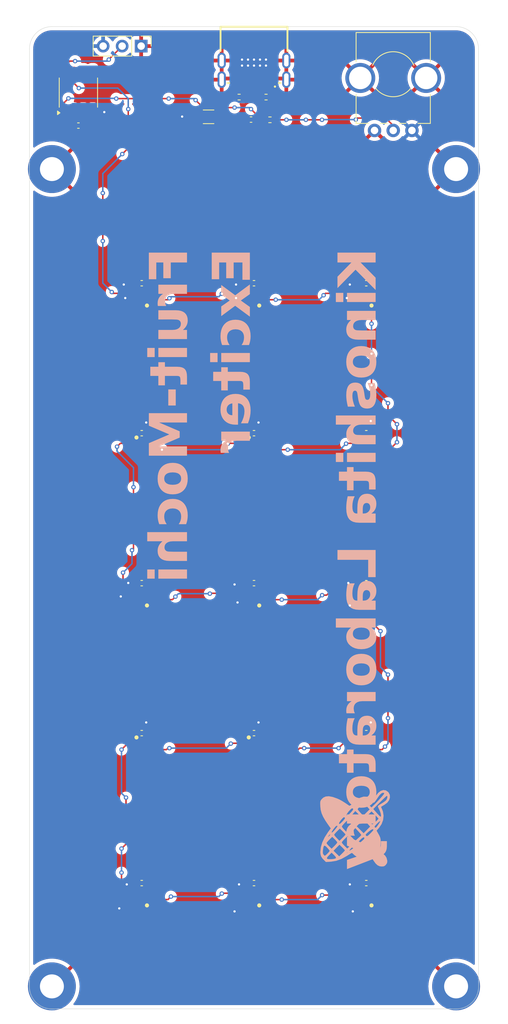
<source format=kicad_pcb>
(kicad_pcb (version 20240108) (generator "pcbnew") (generator_version "8.0")
  (layers (0 "F.Cu" signal) (31 "B.Cu" signal) (34 "B.Paste" user) (35 "F.Paste" user) (36 "B.SilkS" user "B.Silkscreen") (37 "F.SilkS" user "F.Silkscreen") (38 "B.Mask" user) (39 "F.Mask" user) (44 "Edge.Cuts" user))
  (net 0 "")
  (net 1 "GND")
  (net 2 "tempo")
  (net 3 "+5V")
  (net 4 "neopixel")
  (net 5 "Net-(D1-DO)")
  (net 6 "Net-(D2-DO)")
  (net 7 "Net-(D3-DO)")
  (net 8 "Net-(D4-DI)")
  (net 9 "Net-(D4-DO)")
  (net 10 "Net-(D5-DI)")
  (net 11 "Net-(D7-DO)")
  (net 12 "Net-(D8-DO)")
  (net 13 "Net-(D12-DI)")
  (net 14 "Net-(D10-DI)")
  (net 15 "Net-(D10-DO)")
  (net 16 "Net-(D11-DI)")
  (net 17 "Net-(D13-DO)")
  (net 18 "Net-(D14-DO)")
  (net 20 "SWDIO")
  (net 21 "Net-(USB1-CC2)")
  (net 22 "Net-(USB1-CC1)")
  (net 23 "Net-(R3-Pad1)")
  (footprint "Resistor_SMD:R_0402_1005Metric" (layer "F.Cu") (at 83.01 53.4)
    (property "Reference" "R1" (hide yes))
    (property "Value" "5.1k")
  )
  (footprint "my_footprint:LED_NeoPixel_XL-1615RGBC-WS2812B" (layer "F.Cu") (at 85 80 180)
    (property "Reference" "D2" (hide yes))
    (property "Value" "LED_NeoPixel_XL-1615RGBC-WS2812B")
  )
  (footprint "my_footprint:LED_NeoPixel_XL-1615RGBC-WS2812B" (layer "F.Cu") (at 100 80 180)
    (property "Reference" "D3" (hide yes))
    (property "Value" "LED_NeoPixel_XL-1615RGBC-WS2812B")
  )
  (footprint "Capacitor_SMD:C_1206_3216Metric_Pad1.33x1.80mm_HandSolder" (layer "F.Cu") (at 78.93 56.03)
    (property "Reference" "C2" (hide yes))
    (property "Value" "100u")
  )
  (footprint "my_footprint:LED_NeoPixel_XL-1615RGBC-WS2812B" (layer "F.Cu") (at 70 100)
    (property "Reference" "D4" (hide yes))
    (property "Value" "LED_NeoPixel_XL-1615RGBC-WS2812B")
  )
  (footprint "my_footprint:Potentiometer_Alps_RK09K_Horizontal_CORRECTED" (layer "F.Cu") (at 106.1 57.85 90)
    (property "Reference" "RV1" (hide yes))
    (property "Value" "10kB")
  )
  (footprint "Capacitor_SMD:C_0402_1005Metric_Pad0.74x0.62mm_HandSolder" (layer "F.Cu") (at 100 98.225 180)
    (property "Reference" "C8" (hide yes))
    (property "Value" "100n")
  )
  (footprint "Capacitor_SMD:C_0402_1005Metric_Pad0.74x0.62mm_HandSolder" (layer "F.Cu") (at 70 118.225)
    (property "Reference" "C9" (hide yes))
    (property "Value" "100n")
  )
  (footprint "my_footprint:LED_NeoPixel_XL-1615RGBC-WS2812B" (layer "F.Cu") (at 85 120 180)
    (property "Reference" "D8" (hide yes))
    (property "Value" "LED_NeoPixel_XL-1615RGBC-WS2812B")
  )
  (footprint "my_footprint:LED_NeoPixel_XL-1615RGBC-WS2812B" (layer "F.Cu") (at 100 100)
    (property "Reference" "D6" (hide yes))
    (property "Value" "LED_NeoPixel_XL-1615RGBC-WS2812B")
  )
  (footprint "MountingHole:MountingHole_3.2mm_M3_Pad" (layer "F.Cu") (at 112 63)
    (property "Reference" "H2" (hide yes))
    (property "Value" "MountingHole_Pad")
  )
  (footprint "my_footprint:LED_NeoPixel_XL-1615RGBC-WS2812B" (layer "F.Cu") (at 70 160 180)
    (property "Reference" "D13" (hide yes))
    (property "Value" "LED_NeoPixel_XL-1615RGBC-WS2812B")
  )
  (footprint "Capacitor_SMD:C_0402_1005Metric_Pad0.74x0.62mm_HandSolder" (layer "F.Cu") (at 70 78.225)
    (property "Reference" "C3" (hide yes))
    (property "Value" "100n")
  )
  (footprint "Capacitor_SMD:C_0402_1005Metric_Pad0.74x0.62mm_HandSolder" (layer "F.Cu") (at 70 158.225)
    (property "Reference" "C15" (hide yes))
    (property "Value" "100n")
  )
  (footprint "Capacitor_SMD:C_0402_1005Metric_Pad0.74x0.62mm_HandSolder" (layer "F.Cu") (at 100 78.225)
    (property "Reference" "C5" (hide yes))
    (property "Value" "100n")
  )
  (footprint "Capacitor_SMD:C_0402_1005Metric_Pad0.74x0.62mm_HandSolder" (layer "F.Cu") (at 70 138.225 180)
    (property "Reference" "C12" (hide yes))
    (property "Value" "100n")
  )
  (footprint "Capacitor_SMD:C_0402_1005Metric_Pad0.74x0.62mm_HandSolder" (layer "F.Cu") (at 85 138.225 180)
    (property "Reference" "C13" (hide yes))
    (property "Value" "100n")
  )
  (footprint "my_footprint:LED_NeoPixel_XL-1615RGBC-WS2812B" (layer "F.Cu") (at 70 120 180)
    (property "Reference" "D7" (hide yes))
    (property "Value" "LED_NeoPixel_XL-1615RGBC-WS2812B")
  )
  (footprint "MountingHole:MountingHole_3.2mm_M3_Pad" (layer "F.Cu") (at 58 172)
    (property "Reference" "H3" (hide yes))
    (property "Value" "MountingHole_Pad")
  )
  (footprint "my_footprint:LED_NeoPixel_XL-1615RGBC-WS2812B" (layer "F.Cu") (at 100 160 180)
    (property "Reference" "D15" (hide yes))
    (property "Value" "LED_NeoPixel_XL-1615RGBC-WS2812B")
  )
  (footprint "my_footprint:LED_NeoPixel_XL-1615RGBC-WS2812B" (layer "F.Cu") (at 70 80 180)
    (property "Reference" "D1" (hide yes))
    (property "Value" "LED_NeoPixel_XL-1615RGBC-WS2812B")
  )
  (footprint "MountingHole:MountingHole_3.2mm_M3_Pad" (layer "F.Cu") (at 58 63)
    (property "Reference" "H1" (hide yes))
    (property "Value" "MountingHole_Pad")
  )
  (footprint "Capacitor_SMD:C_0402_1005Metric_Pad0.74x0.62mm_HandSolder" (layer "F.Cu") (at 100 158.225)
    (property "Reference" "C17" (hide yes))
    (property "Value" "100n")
  )
  (footprint "Resistor_SMD:R_0402_1005Metric_Pad0.72x0.64mm_HandSolder" (layer "F.Cu") (at 87.13 56.43 180)
    (property "Reference" "R3" (hide yes))
    (property "Value" "100")
  )
  (footprint "Connector_PinHeader_2.54mm:PinHeader_1x03_P2.54mm_Vertical" (layer "F.Cu") (at 69.925 46.6 -90)
    (property "Reference" "J1" (hide yes))
    (property "Value" "Conn_01x03")
  )
  (footprint "Capacitor_SMD:C_0402_1005Metric_Pad0.74x0.62mm_HandSolder" (layer "F.Cu") (at 100 138.225 180)
    (property "Reference" "C14" (hide yes))
    (property "Value" "100n")
  )
  (footprint "my_footprint:LED_NeoPixel_XL-1615RGBC-WS2812B" (layer "F.Cu") (at 100 120 180)
    (property "Reference" "D9" (hide yes))
    (property "Value" "LED_NeoPixel_XL-1615RGBC-WS2812B")
  )
  (footprint "Capacitor_SMD:C_0402_1005Metric_Pad0.74x0.62mm_HandSolder" (layer "F.Cu") (at 84.605 56.4 180)
    (property "Reference" "C1" (hide yes))
    (property "Value" "100n")
  )
  (footprint "my_footprint:LED_NeoPixel_XL-1615RGBC-WS2812B" (layer "F.Cu") (at 85 100)
    (property "Reference" "D5" (hide yes))
    (property "Value" "LED_NeoPixel_XL-1615RGBC-WS2812B")
  )
  (footprint "my_footprint:LED_NeoPixel_XL-1615RGBC-WS2812B" (layer "F.Cu") (at 85 140)
    (property "Reference" "D11" (hide yes))
    (property "Value" "LED_NeoPixel_XL-1615RGBC-WS2812B")
  )
  (footprint "Capacitor_SMD:C_0402_1005Metric_Pad0.74x0.62mm_HandSolder" (layer "F.Cu") (at 85 158.225)
    (property "Reference" "C16" (hide yes))
    (property "Value" "100n")
  )
  (footprint "my_footprint:LED_NeoPixel_XL-1615RGBC-WS2812B" (layer "F.Cu") (at 70 140)
    (property "Reference" "D10" (hide yes))
    (property "Value" "LED_NeoPixel_XL-1615RGBC-WS2812B")
  )
  (footprint "my_footprint:LED_NeoPixel_XL-1615RGBC-WS2812B" (layer "F.Cu") (at 100 140)
    (property "Reference" "D12" (hide yes))
    (property "Value" "LED_NeoPixel_XL-1615RGBC-WS2812B")
  )
  (footprint "Resistor_SMD:R_0402_1005Metric" (layer "F.Cu") (at 86.61 53.4)
    (property "Reference" "R2" (hide yes))
    (property "Value" "5.1k")
  )
  (footprint "MountingHole:MountingHole_3.2mm_M3_Pad" (layer "F.Cu") (at 112 172)
    (property "Reference" "H4" (hide yes))
    (property "Value" "MountingHole_Pad")
  )
  (footprint "Capacitor_SMD:C_0402_1005Metric_Pad0.74x0.62mm_HandSolder" (layer "F.Cu") (at 85 78.225)
    (property "Reference" "C4" (hide yes))
    (property "Value" "100n")
  )
  (footprint "Capacitor_SMD:C_0402_1005Metric_Pad0.74x0.62mm_HandSolder" (layer "F.Cu") (at 70 98.225 180)
    (property "Reference" "C6" (hide yes))
    (property "Value" "100n")
  )
  (footprint "Capacitor_SMD:C_0402_1005Metric_Pad0.74x0.62mm_HandSolder" (layer "F.Cu") (at 85 118.225)
    (property "Reference" "C10" (hide yes))
    (property "Value" "100n")
  )
  (footprint "Package_SO:SOP-8_3.9x4.9mm_P1.27mm" (layer "F.Cu") (at 61.54 52.8 90)
    (property "Reference" "U1" (hide yes))
    (property "Value" "CH32V003JxMx")
  )
  (footprint "Capacitor_SMD:C_0402_1005Metric_Pad0.74x0.62mm_HandSolder" (layer "F.Cu") (at 61.54 57.2 180)
    (property "Reference" "C18" (hide yes))
    (property "Value" "100n")
  )
  (footprint "Capacitor_SMD:C_0402_1005Metric_Pad0.74x0.62mm_HandSolder" (layer "F.Cu") (at 85 98.225 180)
    (property "Reference" "C7" (hide yes))
    (property "Value" "100n")
  )
  (footprint "Capacitor_SMD:C_0402_1005Metric_Pad0.74x0.62mm_HandSolder" (layer "F.Cu") (at 100 118.225)
    (property "Reference" "C11" (hide yes))
    (property "Value" "100n")
  )
  (footprint "my_footprint:LED_NeoPixel_XL-1615RGBC-WS2812B" (layer "F.Cu") (at 85 160 180)
    (property "Reference" "D14" (hide yes))
    (property "Value" "LED_NeoPixel_XL-1615RGBC-WS2812B")
  )
  (footprint "Revbox_lib:HRO TYPE-C-31-M-08A" (layer "F.Cu") (at 85 49.8 180)
    (property "Reference" "USB1" (hide yes))
    (property "Value" "~")
  )
  (footprint "my_footprint:kinoshita-logo_simplified_300dpi" (layer "B.Cu") (at 98.5 150.9 -90)
    (property "Reference" "LOGO1" (hide yes))
    (property "Value" "logo" (hide yes))
  )
  (gr_line (start 58 175) (end 112 175) (stroke (width 0.05)) (layer "Edge.Cuts"))
  (gr_line (start 55 60) (end 55 172) (stroke (width 0.05)) (layer "Edge.Cuts"))
  (gr_line (start 55 47) (end 55 60) (stroke (width 0.05)) (layer "Edge.Cuts"))
  (gr_line (start 115 172) (end 115 60) (stroke (width 0.05)) (layer "Edge.Cuts"))
  (gr_arc (start 55 47) (mid 55.87868 44.87868) (end 58 44) (stroke (width 0.05)) (layer "Edge.Cuts"))
  (gr_line (start 112 44) (end 85 44) (stroke (width 0.05)) (layer "Edge.Cuts"))
  (gr_line (start 60.6 44) (end 58 44) (stroke (width 0.05)) (layer "Edge.Cuts"))
  (gr_arc (start 112 44) (mid 114.12132 44.87868) (end 115 47) (stroke (width 0.05)) (layer "Edge.Cuts"))
  (gr_line (start 115 60) (end 115 47) (stroke (width 0.05)) (layer "Edge.Cuts"))
  (gr_line (start 85 44) (end 72.8 44) (stroke (width 0.05)) (layer "Edge.Cuts"))
  (gr_arc (start 58 175) (mid 55.87868 174.12132) (end 55 172) (stroke (width 0.05)) (layer "Edge.Cuts"))
  (gr_line (start 72.8 44) (end 60.6 44) (stroke (width 0.05)) (layer "Edge.Cuts"))
  (gr_arc (start 115 172) (mid 114.12132 174.12132) (end 112 175) (stroke (width 0.05)) (layer "Edge.Cuts"))
  (gr_text "Fruit-Mochi\nExciter\n\nKinoshita Laboratory" (at 102.1 73.5 90) (layer "B.SilkS") (effects (font (size 5 5) (thickness 1) (bold yes)) (justify left bottom mirror)))
  (segment (start 85.7 78.3575) (end 85.5675 78.225) (width 0.5) (layer "F.Cu") (net 1))
  (segment (start 100.7 78.3575) (end 100.5675 78.225) (width 0.5) (layer "F.Cu") (net 1))
  (segment (start 85.7 119.575) (end 85.7 118.3575) (width 0.5) (layer "F.Cu") (net 1))
  (segment (start 100.7 119.575) (end 100.7 118.3575) (width 0.5) (layer "F.Cu") (net 1))
  (segment (start 70.7 78.3575) (end 70.5675 78.225) (width 0.5) (layer "F.Cu") (net 1))
  (segment (start 85.7 118.3575) (end 85.5675 118.225) (width 0.5) (layer "F.Cu") (net 1))
  (segment (start 100.7 118.3575) (end 100.5675 118.225) (width 0.5) (layer "F.Cu") (net 1))
  (segment (start 70.7 118.3575) (end 70.5675 118.225) (width 0.5) (layer "F.Cu") (net 1))
  (segment (start 87.8 50.925) (end 89.17 50.925) (width 0.5) (layer "F.Cu") (net 1))
  (segment (start 89.17 50.925) (end 89.32 51.075) (width 0.5) (layer "F.Cu") (net 1))
  (segment (start 82.2 50.925) (end 80.83 50.925) (width 0.5) (layer "F.Cu") (net 1))
  (segment (start 70.7 79.575) (end 70.7 78.3575) (width 0.5) (layer "F.Cu") (net 1))
  (segment (start 80.83 50.925) (end 80.68 51.075) (width 0.5) (layer "F.Cu") (net 1))
  (segment (start 100.7 79.575) (end 100.7 78.3575) (width 0.5) (layer "F.Cu") (net 1))
  (segment (start 85.7 79.575) (end 85.7 78.3575) (width 0.5) (layer "F.Cu") (net 1))
  (segment (start 85.1725 56.4) (end 86.5025 56.4) (width 0.2) (layer "F.Cu") (net 2))
  (segment (start 85.1725 55.5725) (end 85.1725 56.4) (width 0.2) (layer "F.Cu") (net 2))
  (segment (start 66.6 53.6) (end 73.6 53.6) (width 0.2) (layer "F.Cu") (net 2))
  (segment (start 78.2 54.8) (end 82.4 54.8) (width 0.2) (layer "F.Cu") (net 2))
  (segment (start 84.6 55) (end 85.1725 55.5725) (width 0.2) (layer "F.Cu") (net 2))
  (segment (start 77.2 53.8) (end 78.2 54.8) (width 0.2) (layer "F.Cu") (net 2))
  (segment (start 59.635 54.145) (end 60.21 53.57) (width 0.2) (layer "F.Cu") (net 2))
  (segment (start 86.5025 56.4) (end 86.5325 56.43) (width 0.2) (layer "F.Cu") (net 2))
  (segment (start 59.635 55.425) (end 59.635 54.145) (width 0.2) (layer "F.Cu") (net 2))
  (via (at 77.2 53.8) (size 0.6) (drill 0.3) (layers "F.Cu" "B.Cu") (net 2))
  (via (at 73.6 53.6) (size 0.6) (drill 0.3) (layers "F.Cu" "B.Cu") (net 2))
  (via (at 82.4 54.8) (size 0.6) (drill 0.3) (layers "F.Cu" "B.Cu") (net 2))
  (via (at 84.6 55) (size 0.6) (drill 0.3) (layers "F.Cu" "B.Cu") (net 2))
  (via (at 66.6 53.6) (size 0.6) (drill 0.3) (layers "F.Cu" "B.Cu") (net 2))
  (via (at 60.21 53.57) (size 0.6) (drill 0.3) (layers "F.Cu" "B.Cu") (net 2))
  (segment (start 84.4 54.8) (end 84.6 55) (width 0.2) (layer "B.Cu") (net 2))
  (segment (start 73.6 53.6) (end 77 53.6) (width 0.2) (layer "B.Cu") (net 2))
  (segment (start 77 53.6) (end 77.2 53.8) (width 0.2) (layer "B.Cu") (net 2))
  (segment (start 60.21 53.57) (end 65.41 53.57) (width 0.2) (layer "B.Cu") (net 2))
  (segment (start 82.4 54.8) (end 84.4 54.8) (width 0.2) (layer "B.Cu") (net 2))
  (segment (start 65.41 53.57) (end 66.57 53.57) (width 0.2) (layer "B.Cu") (net 2))
  (segment (start 66.57 53.57) (end 66.6 53.6) (width 0.2) (layer "B.Cu") (net 2))
  (segment (start 70.5675 136.8325) (end 70.6 136.8) (width 0.5) (layer "F.Cu") (net 3))
  (segment (start 69.4325 118.225) (end 68.225 118.225) (width 0.5) (layer "F.Cu") (net 3))
  (segment (start 99.4325 78.225) (end 97.975 78.225) (width 0.5) (layer "F.Cu") (net 3))
  (segment (start 98.2 162) (end 99 162) (width 0.5) (layer "F.Cu") (net 3))
  (segment (start 82.8 120.8) (end 83.925 120.8) (width 0.5) (layer "F.Cu") (net 3))
  (segment (start 85.7 98.3575) (end 85.5675 98.225) (width 0.5) (layer "F.Cu") (net 3))
  (segment (start 70.7 138.3575) (end 70.5675 138.225) (width 0.5) (layer "F.Cu") (net 3))
  (segment (start 85.7 138.3575) (end 85.5675 138.225) (width 0.5) (layer "F.Cu") (net 3))
  (segment (start 99.4325 118.225) (end 97.625 118.225) (width 0.5) (layer "F.Cu") (net 3))
  (segment (start 100.5675 138.225) (end 100.5675 136.8325) (width 0.5) (layer "F.Cu") (net 3))
  (segment (start 70.5675 96.8325) (end 70.6 96.8) (width 0.5) (layer "F.Cu") (net 3))
  (segment (start 97.625 118.225) (end 97.6 118.2) (width 0.5) (layer "F.Cu") (net 3))
  (segment (start 69.4325 158.225) (end 68.175 158.225) (width 0.5) (layer "F.Cu") (net 3))
  (segment (start 69.4325 78.225) (end 67.775 78.225) (width 0.5) (layer "F.Cu") (net 3))
  (segment (start 100.7 99.575) (end 100.7 98.3575) (width 0.5) (layer "F.Cu") (net 3))
  (segment (start 63.445 55.425) (end 64.975 55.425) (width 0.5) (layer "F.Cu") (net 3))
  (segment (start 70.7 139.575) (end 70.7 138.3575) (width 0.5) (layer "F.Cu") (net 3))
  (segment (start 67 161.6) (end 68.8 161.6) (width 0.5) (layer "F.Cu") (net 3))
  (segment (start 100.5675 96.6325) (end 100.6 96.6) (width 0.5) (layer "F.Cu") (net 3))
  (segment (start 67.775 78.225) (end 67.6 78.4) (width 0.5) (layer "F.Cu") (net 3))
  (segment (start 82.775 78.225) (end 82.6 78.4) (width 0.5) (layer "F.Cu") (net 3))
  (segment (start 100.7 139.575) (end 100.7 138.3575) (width 0.5) (layer "F.Cu") (net 3))
  (segment (start 82.6 80.2) (end 82.825 80.425) (width 0.5) (layer "F.Cu") (net 3))
  (segment (start 70.5675 98.225) (end 70.5675 96.8325) (width 0.5) (layer "F.Cu") (net 3))
  (segment (start 99.4325 158.225) (end 97.975 158.225) (width 0.5) (layer "F.Cu") (net 3))
  (segment (start 83.925 120.8) (end 84.3 120.425) (width 0.5) (layer "F.Cu") (net 3))
  (segment (start 85.7 99.575) (end 85.7 98.3575) (width 0.5) (layer "F.Cu") (net 3))
  (segment (start 68.025 80.425) (end 69.3 80.425) (width 0.5) (layer "F.Cu") (net 3))
  (segment (start 97.975 78.225) (end 97.8 78.4) (width 0.5) (layer "F.Cu") (net 3))
  (segment (start 100.7 138.3575) (end 100.5675 138.225) (width 0.5) (layer "F.Cu") (net 3))
  (segment (start 85.5675 98.225) (end 85.5675 96.8325) (width 0.5) (layer "F.Cu") (net 3))
  (segment (start 68.8 161.6) (end 69.3 161.1) (width 0.5) (layer "F.Cu") (net 3))
  (segment (start 82.825 80.425) (end 84.3 80.425) (width 0.5) (layer "F.Cu") (net 3))
  (segment (start 70.7 99.575) (end 70.7 98.3575) (width 0.5) (layer "F.Cu") (net 3))
  (segment (start 67.2 120) (end 67.625 120.425) (width 0.5) (layer "F.Cu") (net 3))
  (segment (start 85.5675 136.8325) (end 85.6 136.8) (width 0.5) (layer "F.Cu") (net 3))
  (segment (start 69.3 161.1) (end 69.3 160.425) (width 0.5) (layer "F.Cu") (net 3))
  (segment (start 99 162) (end 99.3 161.7) (width 0.5) (layer "F.Cu") (net 3))
  (segment (start 82.4 162) (end 82.8 162.4) (width 0.5) (layer "F.Cu") (net 3))
  (segment (start 77.3675 56.03) (end 75.43 56.03) (width 0.5) (layer "F.Cu") (net 3))
  (segment (start 84.4325 158.225) (end 83.175 158.225) (width 0.5) (layer "F.Cu") (net 3))
  (segment (start 83.2 162.4) (end 84.3 161.3) (width 0.5) (layer "F.Cu") (net 3))
  (segment (start 100.7 98.3575) (end 100.5675 98.225) (width 0.5) (layer "F.Cu") (net 3))
  (segment (start 82.8 162.4) (end 83.2 162.4) (width 0.5) (layer "F.Cu") (net 3))
  (segment (start 100.5675 98.225) (end 100.5675 96.6325) (width 0.5) (layer "F.Cu") (net 3))
  (segment (start 84.3 161.3) (end 84.3 160.425) (width 0.5) (layer "F.Cu") (net 3))
  (segment (start 70.7 98.3575) (end 70.5675 98.225) (width 0.5) (layer "F.Cu") (net 3))
  (segment (start 68.175 158.225) (end 68 158.4) (width 0.5) (layer "F.Cu") (net 3))
  (segment (start 63.445 55.8625) (end 63.445 55.425) (width 0.5) (layer "F.Cu") (net 3))
  (segment (start 98.525 121.2) (end 99.3 120.425) (width 0.5) (layer "F.Cu") (net 3))
  (segment (start 84.4325 118.225) (end 82.575 118.225) (width 0.5) (layer "F.Cu") (net 3))
  (segment (start 85.5675 138.225) (end 85.5675 136.8325) (width 0.5) (layer "F.Cu") (net 3))
  (segment (start 64.975 55.425) (end 65 55.4) (width 0.5) (layer "F.Cu") (net 3))
  (segment (start 68.225 118.225) (end 68.2 118.2) (width 0.5) (layer "F.Cu") (net 3))
  (segment (start 70.5675 138.225) (end 70.5675 136.8325) (width 0.5) (layer "F.Cu") (net 3))
  (segment (start 97.625 80.425) (end 99.3 80.425) (width 0.5) (layer "F.Cu") (net 3))
  (segment (start 99.3 161.7) (end 99.3 160.425) (width 0.5) (layer "F.Cu") (net 3))
  (segment (start 100.5675 136.8325) (end 100.6 136.8) (width 0.5) (layer "F.Cu") (net 3))
  (segment (start 82.575 118.225) (end 82.4 118.4) (width 0.5) (layer "F.Cu") (net 3))
  (segment (start 67.625 120.425) (end 69.3 120.425) (width 0.5) (layer "F.Cu") (net 3))
  (segment (start 97.4 80.2) (end 97.625 80.425) (width 0.5) (layer "F.Cu") (net 3))
  (segment (start 75.43 56.03) (end 75.4 56) (width 0.5) (layer "F.Cu") (net 3))
  (segment (start 83.175 158.225) (end 83 158.4) (width 0.5) (layer "F.Cu") (net 3))
  (segment (start 62.1075 57.2) (end 63.445 55.8625) (width 0.5) (layer "F.Cu") (net 3))
  (segment (start 67.8 80.2) (end 68.025 80.425) (width 0.5) (layer "F.Cu") (net 3))
  (segment (start 97.975 158.225) (end 97.8 158.4) (width 0.5) (layer "F.Cu") (net 3))
  (segment (start 84.4325 78.225) (end 82.775 78.225) (width 0.5) (layer "F.Cu") (net 3))
  (segment (start 97.8 121.2) (end 98.525 121.2) (width 0.5) (layer "F.Cu") (net 3))
  (segment (start 85.7 139.575) (end 85.7 138.3575) (width 0.5) (layer "F.Cu") (net 3))
  (segment (start 85.5675 96.8325) (end 85.6 96.8) (width 0.5) (layer "F.Cu") (net 3))
  (via (at 97.8 121.2) (size 0.6) (drill 0.3) (layers "F.Cu" "B.Cu") (net 3))
  (via (at 85 48.4) (size 0.6) (drill 0.3) (layers "F.Cu" "B.Cu") (net 3))
  (via (at 85 49.2) (size 0.6) (drill 0.3) (layers "F.Cu" "B.Cu") (net 3))
  (via (at 70.6 136.8) (size 0.6) (drill 0.3) (layers "F.Cu" "B.Cu") (net 3))
  (via (at 85.6 96.8) (size 0.6) (drill 0.3) (layers "F.Cu" "B.Cu") (net 3))
  (via (at 70.6 96.8) (size 0.6) (drill 0.3) (layers "F.Cu" "B.Cu") (net 3))
  (via (at 67.6 78.4) (size 0.6) (drill 0.3) (layers "F.Cu" "B.Cu") (net 3))
  (via (at 75.4 56) (size 0.6) (drill 0.3) (layers "F.Cu" "B.Cu") (net 3))
  (via (at 84.2 49.2) (size 0.6) (drill 0.3) (layers "F.Cu" "B.Cu") (net 3))
  (via (at 82.6 78.4) (size 0.6) (drill 0.3) (layers "F.Cu" "B.Cu") (net 3))
  (via (at 97.6 118.2) (size 0.6) (drill 0.3) (layers "F.Cu" "B.Cu") (net 3))
  (via (at 83.4 49.2) (size 0.6) (drill 0.3) (layers "F.Cu" "B.Cu") (net 3))
  (via (at 85.8 48.4) (size 0.6) (drill 0.3) (layers "F.Cu" "B.Cu") (net 3))
  (via (at 82.4 162) (size 0.6) (drill 0.3) (layers "F.Cu" "B.Cu") (net 3))
  (via (at 67 161.6) (size 0.6) (drill 0.3) (layers "F.Cu" "B.Cu") (net 3))
  (via (at 86.6 49.2) (size 0.6) (drill 0.3) (layers "F.Cu" "B.Cu") (net 3))
  (via (at 98.2 162) (size 0.6) (drill 0.3) (layers "F.Cu" "B.Cu") (net 3))
  (via (at 84.2 48.4) (size 0.6) (drill 0.3) (layers "F.Cu" "B.Cu") (net 3))
  (via (at 68.2 118.2) (size 0.6) (drill 0.3) (layers "F.Cu" "B.Cu") (net 3))
  (via (at 68 158.4) (size 0.6) (drill 0.3) (layers "F.Cu" "B.Cu") (net 3))
  (via (at 97.8 158.4) (size 0.6) (drill 0.3) (layers "F.Cu" "B.Cu") (net 3))
  (via (at 67.8 80.2) (size 0.6) (drill 0.3) (layers "F.Cu" "B.Cu") (net 3))
  (via (at 86.6 48.4) (size 0.6) (drill 0.3) (layers "F.Cu" "B.Cu") (net 3))
  (via (at 85.6 136.8) (size 0.6) (drill 0.3) (layers "F.Cu" "B.Cu") (net 3))
  (via (at 83.4 48.4) (size 0.6) (drill 0.3) (layers "F.Cu" "B.Cu") (net 3))
  (via (at 82.6 80.2) (size 0.6) (drill 0.3) (layers "F.Cu" "B.Cu") (net 3))
  (via (at 97.8 78.4) (size 0.6) (drill 0.3) (layers "F.Cu" "B.Cu") (net 3))
  (via (at 97.4 80.2) (size 0.6) (drill 0.3) (layers "F.Cu" "B.Cu") (net 3))
  (via (at 82.8 120.8) (size 0.6) (drill 0.3) (layers "F.Cu" "B.Cu") (net 3))
  (via (at 65 55.4) (size 0.6) (drill 0.3) (layers "F.Cu" "B.Cu") (net 3))
  (via (at 100.6 136.8) (size 0.6) (drill 0.3) (layers "F.Cu" "B.Cu") (net 3))
  (via (at 83 158.4) (size 0.6) (drill 0.3) (layers "F.Cu" "B.Cu") (net 3))
  (via (at 82.4 118.4) (size 0.6) (drill 0.3) (layers "F.Cu" "B.Cu") (net 3))
  (via (at 85.8 49.2) (size 0.6) (drill 0.3) (layers "F.Cu" "B.Cu") (net 3))
  (via (at 100.6 96.6) (size 0.6) (drill 0.3) (layers "F.Cu" "B.Cu") (net 3))
  (via (at 67.2 120) (size 0.6) (drill 0.3) (layers "F.Cu" "B.Cu") (net 3))
  (segment (start 67.6 78.4) (end 67.6 80) (width 0.5) (layer "B.Cu") (net 3))
  (segment (start 68.2 118.2) (end 68.2 119) (width 0.5) (layer "B.Cu") (net 3))
  (segment (start 82.4 118.4) (end 82.4 120.4) (width 0.5) (layer "B.Cu") (net 3))
  (segment (start 68 158.4) (end 66.8 159.6) (width 0.5) (layer "B.Cu") (net 3))
  (segment (start 82.6 78.4) (end 82.6 80.2) (width 0.5) (layer "B.Cu") (net 3))
  (segment (start 97.8 158.4) (end 97.8 161.6) (width 0.5) (layer "B.Cu") (net 3))
  (segment (start 97.4 78.8) (end 97.4 80.2) (width 0.5) (layer "B.Cu") (net 3))
  (segment (start 97.6 121) (end 97.8 121.2) (width 0.5) (layer "B.Cu") (net 3))
  (segment (start 68.2 119) (end 67.2 120) (width 0.5) (layer "B.Cu") (net 3))
  (segment (start 82.4 159) (end 82.4 162) (width 0.5) (layer "B.Cu") (net 3))
  (segment (start 97.6 118.2) (end 97.6 121) (width 0.5) (layer "B.Cu") (net 3))
  (segment (start 97.8 78.4) (end 97.4 78.8) (width 0.5) (layer "B.Cu") (net 3))
  (segment (start 82.4 120.4) (end 82.8 120.8) (width 0.5) (layer "B.Cu") (net 3))
  (segment (start 83 158.4) (end 82.4 159) (width 0.5) (layer "B.Cu") (net 3))
  (segment (start 66.8 161.4) (end 67 161.6) (width 0.5) (layer "B.Cu") (net 3))
  (segment (start 66.8 159.6) (end 66.8 161.4) (width 0.5) (layer "B.Cu") (net 3))
  (segment (start 67.6 80) (end 67.8 80.2) (width 0.5) (layer "B.Cu") (net 3))
  (segment (start 97.8 161.6) (end 98.2 162) (width 0.5) (layer "B.Cu") (net 3))
  (segment (start 60.905 50.175) (end 60.905 51.505) (width 0.2) (layer "F.Cu") (net 4))
  (segment (start 66.175 79.575) (end 69.3 79.575) (width 0.2) (layer "F.Cu") (net 4))
  (segment (start 66 79.4) (end 66.175 79.575) (width 0.2) (layer "F.Cu") (net 4))
  (segment (start 68.2 55) (end 68.2 60.2) (width 0.2) (layer "F.Cu") (net 4))
  (segment (start 68.2 60.2) (end 67.4 61) (width 0.2) (layer "F.Cu") (net 4))
  (segment (start 64.8 66.2) (end 64.8 72.6) (width 0.2) (layer "F.Cu") (net 4))
  (segment (start 60.905 51.505) (end 61.6 52.2) (width 0.2) (layer "F.Cu") (net 4))
  (via (at 68.2 55) (size 0.6) (drill 0.3) (layers "F.Cu" "B.Cu") (net 4))
  (via (at 64.8 66.2) (size 0.6) (drill 0.3) (layers "F.Cu" "B.Cu") (net 4))
  (via (at 64.8 72.6) (size 0.6) (drill 0.3) (layers "F.Cu" "B.Cu") (net 4))
  (via (at 67.4 61) (size 0.6) (drill 0.3) (layers "F.Cu" "B.Cu") (net 4))
  (via (at 66 79.4) (size 0.6) (drill 0.3) (layers "F.Cu" "B.Cu") (net 4))
  (via (at 61.6 52.2) (size 0.6) (drill 0.3) (layers "F.Cu" "B.Cu") (net 4))
  (segment (start 64.8 63.6) (end 64.8 66.2) (width 0.2) (layer "B.Cu") (net 4))
  (segment (start 64.8 78.2) (end 66 79.4) (width 0.2) (layer "B.Cu") (net 4))
  (segment (start 66.8 52.2) (end 68.2 53.6) (width 0.2) (layer "B.Cu") (net 4))
  (segment (start 68.2 53.6) (end 68.2 55) (width 0.2) (layer "B.Cu") (net 4))
  (segment (start 64.8 72.6) (end 64.8 78.2) (width 0.2) (layer "B.Cu") (net 4))
  (segment (start 67.4 61) (end 64.8 63.6) (width 0.2) (layer "B.Cu") (net 4))
  (segment (start 61.6 52.2) (end 66.8 52.2) (width 0.2) (layer "B.Cu") (net 4))
  (segment (start 70.7 80.425) (end 73.5 80.425) (width 0.2) (layer "F.Cu") (net 5))
  (segment (start 81.3 79.625) (end 81.35 79.575) (width 0.2) (layer "F.Cu") (net 5))
  (segment (start 80.7 79.625) (end 81.3 79.625) (width 0.2) (layer "F.Cu") (net 5))
  (segment (start 81.35 79.575) (end 84.3 79.575) (width 0.2) (layer "F.Cu") (net 5))
  (segment (start 73.5 80.425) (end 73.7 80.225) (width 0.2) (layer "F.Cu") (net 5))
  (via (at 80.7 79.625) (size 0.6) (drill 0.3) (layers "F.Cu" "B.Cu") (net 5))
  (via (at 73.7 80.225) (size 0.6) (drill 0.3) (layers "F.Cu" "B.Cu") (net 5))
  (segment (start 80.3 80.025) (end 80.7 79.625) (width 0.2) (layer "B.Cu") (net 5))
  (segment (start 73.9 80.025) (end 80.3 80.025) (width 0.2) (layer "B.Cu") (net 5))
  (segment (start 73.7 80.225) (end 73.9 80.025) (width 0.2) (layer "B.Cu") (net 5))
  (segment (start 94.55 79.575) (end 99.3 79.575) (width 0.2) (layer "F.Cu") (net 6))
  (segment (start 85.7 80.425) (end 87.9 80.425) (width 0.2) (layer "F.Cu") (net 6))
  (segment (start 94.3 79.825) (end 94.55 79.575) (width 0.2) (layer "F.Cu") (net 6))
  (via (at 94.3 79.825) (size 0.6) (drill 0.3) (layers "F.Cu" "B.Cu") (net 6))
  (via (at 87.9 80.425) (size 0.6) (drill 0.3) (layers "F.Cu" "B.Cu") (net 6))
  (segment (start 93.7 80.425) (end 94.3 79.825) (width 0.2) (layer "B.Cu") (net 6))
  (segment (start 87.9 80.425) (end 93.7 80.425) (width 0.2) (layer "B.Cu") (net 6))
  (segment (start 100.7 80.425) (end 100.7 83.625) (width 0.2) (layer "F.Cu") (net 7))
  (segment (start 104.1 97.025) (end 102.9 95.825) (width 0.2) (layer "F.Cu") (net 7))
  (segment (start 100.7 100.425) (end 103.1 100.425) (width 0.2) (layer "F.Cu") (net 7))
  (segment (start 100.7 87.625) (end 100.7 91.825) (width 0.2) (layer "F.Cu") (net 7))
  (segment (start 103.1 100.425) (end 104.1 99.425) (width 0.2) (layer "F.Cu") (net 7))
  (segment (start 102.9 95.825) (end 102.9 94.225) (width 0.2) (layer "F.Cu") (net 7))
  (via (at 100.7 87.625) (size 0.6) (drill 0.3) (layers "F.Cu" "B.Cu") (net 7))
  (via (at 100.7 91.825) (size 0.6) (drill 0.3) (layers "F.Cu" "B.Cu") (net 7))
  (via (at 102.9 94.225) (size 0.6) (drill 0.3) (layers "F.Cu" "B.Cu") (net 7))
  (via (at 104.1 99.425) (size 0.6) (drill 0.3) (layers "F.Cu" "B.Cu") (net 7))
  (via (at 100.7 83.625) (size 0.6) (drill 0.3) (layers "F.Cu" "B.Cu") (net 7))
  (via (at 104.1 97.025) (size 0.6) (drill 0.3) (layers "F.Cu" "B.Cu") (net 7))
  (segment (start 102.9 94.225) (end 100.7 92.025) (width 0.2) (layer "B.Cu") (net 7))
  (segment (start 100.7 83.625) (end 100.7 87.625) (width 0.2) (layer "B.Cu") (net 7))
  (segment (start 100.7 92.025) (end 100.7 91.825) (width 0.2) (layer "B.Cu") (net 7))
  (segment (start 104.1 99.425) (end 104.1 97.025) (width 0.2) (layer "B.Cu") (net 7))
  (segment (start 72.7 100.425) (end 70.7 100.425) (width 0.2) (layer "F.Cu") (net 8))
  (segment (start 81.55 99.575) (end 81.5 99.625) (width 0.2) (layer "F.Cu") (net 8))
  (segment (start 84.3 99.575) (end 81.55 99.575) (width 0.2) (layer "F.Cu") (net 8))
  (via (at 72.7 100.425) (size 0.6) (drill 0.3) (layers "F.Cu" "B.Cu") (net 8))
  (via (at 81.5 99.625) (size 0.6) (drill 0.3) (layers "F.Cu" "B.Cu") (net 8))
  (segment (start 81.5 99.625) (end 80.7 100.425) (width 0.2) (layer "B.Cu") (net 8))
  (segment (start 80.7 100.425) (end 72.7 100.425) (width 0.2) (layer "B.Cu") (net 8))
  (segment (start 67.5 116.825) (end 67.5 118.625) (width 0.2) (layer "F.Cu") (net 9))
  (segment (start 68.9 113.625) (end 68.7 113.825) (width 0.2) (layer "F.Cu") (net 9))
  (segment (start 68.45 119.575) (end 69.3 119.575) (width 0.2) (layer "F.Cu") (net 9))
  (segment (start 67.5 118.625) (end 68.45 119.575) (width 0.2) (layer "F.Cu") (net 9))
  (segment (start 68.9 105.425) (end 68.9 113.625) (width 0.2) (layer "F.Cu") (net 9))
  (segment (start 69.3 99.575) (end 67.15 99.575) (width 0.2) (layer "F.Cu") (net 9))
  (segment (start 67.15 99.575) (end 66.7 100.025) (width 0.2) (layer "F.Cu") (net 9))
  (via (at 67.5 116.825) (size 0.6) (drill 0.3) (layers "F.Cu" "B.Cu") (net 9))
  (via (at 66.7 100.025) (size 0.6) (drill 0.3) (layers "F.Cu" "B.Cu") (net 9))
  (via (at 68.7 113.825) (size 0.6) (drill 0.3) (layers "F.Cu" "B.Cu") (net 9))
  (via (at 68.9 105.425) (size 0.6) (drill 0.3) (layers "F.Cu" "B.Cu") (net 9))
  (segment (start 68.7 113.825) (end 68.7 115.625) (width 0.2) (layer "B.Cu") (net 9))
  (segment (start 68.9 104.825) (end 68.9 105.425) (width 0.2) (layer "B.Cu") (net 9))
  (segment (start 66.7 100.625) (end 68.9 102.825) (width 0.2) (layer "B.Cu") (net 9))
  (segment (start 66.7 100.025) (end 66.7 100.625) (width 0.2) (layer "B.Cu") (net 9))
  (segment (start 68.9 102.825) (end 68.9 104.825) (width 0.2) (layer "B.Cu") (net 9))
  (segment (start 68.7 115.625) (end 67.5 116.825) (width 0.2) (layer "B.Cu") (net 9))
  (segment (start 97.35 99.575) (end 97.3 99.625) (width 0.2) (layer "F.Cu") (net 10))
  (segment (start 89.5 100.425) (end 85.7 100.425) (width 0.2) (layer "F.Cu") (net 10))
  (segment (start 99.3 99.575) (end 97.35 99.575) (width 0.2) (layer "F.Cu") (net 10))
  (via (at 97.3 99.625) (size 0.6) (drill 0.3) (layers "F.Cu" "B.Cu") (net 10))
  (via (at 89.5 100.425) (size 0.6) (drill 0.3) (layers "F.Cu" "B.Cu") (net 10))
  (segment (start 96.5 100.425) (end 89.5 100.425) (width 0.2) (layer "B.Cu") (net 10))
  (segment (start 97.3 99.625) (end 96.5 100.425) (width 0.2) (layer "B.Cu") (net 10))
  (segment (start 79.1 119.625) (end 79.15 119.575) (width 0.2) (layer "F.Cu") (net 11))
  (segment (start 74.1 120.425) (end 74.5 120.025) (width 0.2) (layer "F.Cu") (net 11))
  (segment (start 79.15 119.575) (end 84.3 119.575) (width 0.2) (layer "F.Cu") (net 11))
  (segment (start 70.7 120.425) (end 74.1 120.425) (width 0.2) (layer "F.Cu") (net 11))
  (via (at 79.1 119.625) (size 0.6) (drill 0.3) (layers "F.Cu" "B.Cu") (net 11))
  (via (at 74.5 120.025) (size 0.6) (drill 0.3) (layers "F.Cu" "B.Cu") (net 11))
  (segment (start 74.9 119.625) (end 79.1 119.625) (width 0.2) (layer "B.Cu") (net 11))
  (segment (start 74.5 120.025) (end 74.9 119.625) (width 0.2) (layer "B.Cu") (net 11))
  (segment (start 85.7 120.425) (end 88.7 120.425) (width 0.2) (layer "F.Cu") (net 12))
  (segment (start 94.7 119.825) (end 94.95 119.575) (width 0.2) (layer "F.Cu") (net 12))
  (segment (start 94.1 119.825) (end 94.7 119.825) (width 0.2) (layer "F.Cu") (net 12))
  (segment (start 94.95 119.575) (end 99.3 119.575) (width 0.2) (layer "F.Cu") (net 12))
  (via (at 88.7 120.425) (size 0.6) (drill 0.3) (layers "F.Cu" "B.Cu") (net 12))
  (via (at 94.1 119.825) (size 0.6) (drill 0.3) (layers "F.Cu" "B.Cu") (net 12))
  (segment (start 93.5 120.425) (end 94.1 119.825) (width 0.2) (layer "B.Cu") (net 12))
  (segment (start 88.7 120.425) (end 93.5 120.425) (width 0.2) (layer "B.Cu") (net 12))
  (segment (start 102.5 140.025) (end 102.1 140.425) (width 0.2) (layer "F.Cu") (net 13))
  (segment (start 102.9 130.425) (end 102.9 136.225) (width 0.2) (layer "F.Cu") (net 13))
  (segment (start 100.7 123.425) (end 101.9 124.625) (width 0.2) (layer "F.Cu") (net 13))
  (segment (start 102.1 140.425) (end 100.7 140.425) (width 0.2) (layer "F.Cu") (net 13))
  (segment (start 100.7 120.425) (end 100.7 123.425) (width 0.2) (layer "F.Cu") (net 13))
  (via (at 102.9 136.225) (size 0.6) (drill 0.3) (layers "F.Cu" "B.Cu") (net 13))
  (via (at 102.5 140.025) (size 0.6) (drill 0.3) (layers "F.Cu" "B.Cu") (net 13))
  (via (at 101.9 124.625) (size 0.6) (drill 0.3) (layers "F.Cu" "B.Cu") (net 13))
  (via (at 102.9 130.425) (size 0.6) (drill 0.3) (layers "F.Cu" "B.Cu") (net 13))
  (segment (start 102.9 139.625) (end 102.5 140.025) (width 0.2) (layer "B.Cu") (net 13))
  (segment (start 102.9 136.225) (end 102.9 139.625) (width 0.2) (layer "B.Cu") (net 13))
  (segment (start 101.9 129.425) (end 102.9 130.425) (width 0.2) (layer "B.Cu") (net 13))
  (segment (start 101.9 124.625) (end 101.9 129.425) (width 0.2) (layer "B.Cu") (net 13))
  (segment (start 73.7 140.225) (end 73.5 140.225) (width 0.2) (layer "F.Cu") (net 14))
  (segment (start 81.95 139.575) (end 81.9 139.625) (width 0.2) (layer "F.Cu") (net 14))
  (segment (start 73.5 140.225) (end 73.3 140.425) (width 0.2) (layer "F.Cu") (net 14))
  (segment (start 73.3 140.425) (end 70.7 140.425) (width 0.2) (layer "F.Cu") (net 14))
  (segment (start 84.3 139.575) (end 81.95 139.575) (width 0.2) (layer "F.Cu") (net 14))
  (via (at 81.9 139.625) (size 0.6) (drill 0.3) (layers "F.Cu" "B.Cu") (net 14))
  (via (at 73.7 140.225) (size 0.6) (drill 0.3) (layers "F.Cu" "B.Cu") (net 14))
  (segment (start 81.3 140.225) (end 73.7 140.225) (width 0.2) (layer "B.Cu") (net 14))
  (segment (start 81.9 139.625) (end 81.3 140.225) (width 0.2) (layer "B.Cu") (net 14))
  (segment (start 67.3 159.225) (end 67.65 159.575) (width 0.2) (layer "F.Cu") (net 15))
  (segment (start 67.3 156.825) (end 67.3 159.225) (width 0.2) (layer "F.Cu") (net 15))
  (segment (start 67.9 153.025) (end 67.3 153.625) (width 0.2) (layer "F.Cu") (net 15))
  (segment (start 68.15 139.575) (end 67.3 140.425) (width 0.2) (layer "F.Cu") (net 15))
  (segment (start 69.3 139.575) (end 68.15 139.575) (width 0.2) (layer "F.Cu") (net 15))
  (segment (start 67.9 146.825) (end 67.9 153.025) (width 0.2) (layer "F.Cu") (net 15))
  (segment (start 67.65 159.575) (end 69.3 159.575) (width 0.2) (layer "F.Cu") (net 15))
  (via (at 67.3 156.825) (size 0.6) (drill 0.3) (layers "F.Cu" "B.Cu") (net 15))
  (via (at 67.9 146.825) (size 0.6) (drill 0.3) (layers "F.Cu" "B.Cu") (net 15))
  (via (at 67.3 153.625) (size 0.6) (drill 0.3) (layers "F.Cu" "B.Cu") (net 15))
  (via (at 67.3 140.425) (size 0.6) (drill 0.3) (layers "F.Cu" "B.Cu") (net 15))
  (segment (start 67.3 140.425) (end 67.3 146.225) (width 0.2) (layer "B.Cu") (net 15))
  (segment (start 67.3 153.625) (end 67.3 156.825) (width 0.2) (layer "B.Cu") (net 15))
  (segment (start 67.3 146.225) (end 67.9 146.825) (width 0.2) (layer "B.Cu") (net 15))
  (segment (start 91.7 140.225) (end 91.1 140.225) (width 0.2) (layer "F.Cu") (net 16))
  (segment (start 91.1 140.225) (end 90.9 140.425) (width 0.2) (layer "F.Cu") (net 16))
  (segment (start 99.3 139.575) (end 96.95 139.575) (width 0.2) (layer "F.Cu") (net 16))
  (segment (start 90.9 140.425) (end 85.7 140.425) (width 0.2) (layer "F.Cu") (net 16))
  (segment (start 96.95 139.575) (end 96.3 140.225) (width 0.2) (layer "F.Cu") (net 16))
  (via (at 91.7 140.225) (size 0.6) (drill 0.3) (layers "F.Cu" "B.Cu") (net 16))
  (via (at 96.3 140.225) (size 0.6) (drill 0.3) (layers "F.Cu" "B.Cu") (net 16))
  (segment (start 96.3 140.225) (end 91.7 140.225) (width 0.2) (layer "B.Cu") (net 16))
  (segment (start 80.7 159.625) (end 80.75 159.575) (width 0.2) (layer "F.Cu") (net 17))
  (segment (start 70.7 160.425) (end 73.5 160.425) (width 0.2) (layer "F.Cu") (net 17))
  (segment (start 73.5 160.425) (end 73.9 160.025) (width 0.2) (layer "F.Cu") (net 17))
  (segment (start 80.75 159.575) (end 84.3 159.575) (width 0.2) (layer "F.Cu") (net 17))
  (via (at 80.7 159.625) (size 0.6) (drill 0.3) (layers "F.Cu" "B.Cu") (net 17))
  (via (at 73.9 160.025) (size 0.6) (drill 0.3) (layers "F.Cu" "B.Cu") (net 17))
  (segment (start 73.9 160.025) (end 80.3 160.025) (width 0.2) (layer "B.Cu") (net 17))
  (segment (start 80.3 160.025) (end 80.7 159.625) (width 0.2) (layer "B.Cu") (net 17))
  (segment (start 94.9 159.825) (end 95.15 159.575) (width 0.2) (layer "F.Cu") (net 18))
  (segment (start 85.7 160.425) (end 88.7 160.425) (width 0.2) (layer "F.Cu") (net 18))
  (segment (start 94.1 159.825) (end 94.9 159.825) (width 0.2) (layer "F.Cu") (net 18))
  (segment (start 95.15 159.575) (end 99.3 159.575) (width 0.2) (layer "F.Cu") (net 18))
  (via (at 94.1 159.825) (size 0.6) (drill 0.3) (layers "F.Cu" "B.Cu") (net 18))
  (via (at 88.7 160.425) (size 0.6) (drill 0.3) (layers "F.Cu" "B.Cu") (net 18))
  (segment (start 93.5 160.425) (end 94.1 159.825) (width 0.2) (layer "B.Cu") (net 18))
  (segment (start 88.7 160.425) (end 93.5 160.425) (width 0.2) (layer "B.Cu") (net 18))
  (segment (start 65.6 48.4) (end 65.6 48.385) (width 0.2) (layer "F.Cu") (net 20))
  (segment (start 59.635 50.175) (end 59.635 49.350001) (width 0.2) (layer "F.Cu") (net 20))
  (segment (start 59.635 49.350001) (end 60.385001 48.6) (width 0.2) (layer "F.Cu") (net 20))
  (segment (start 60.385001 48.6) (end 61.1 48.6) (width 0.2) (layer "F.Cu") (net 20))
  (segment (start 65.6 48.385) (end 67.385 46.6) (width 0.2) (layer "F.Cu") (net 20))
  (via (at 65.6 48.4) (size 0.6) (drill 0.3) (layers "F.Cu" "B.Cu") (net 20))
  (via (at 61.1 48.6) (size 0.6) (drill 0.3) (layers "F.Cu" "B.Cu") (net 20))
  (segment (start 65.4 48.6) (end 65.6 48.4) (width 0.2) (layer "B.Cu") (net 20))
  (segment (start 61.1 48.6) (end 65.4 48.6) (width 0.2) (layer "B.Cu") (net 20))
  (segment (start 83.6 50.925) (end 83.6 53.32) (width 0.2) (layer "F.Cu") (net 21))
  (segment (start 83.6 53.32) (end 83.52 53.4) (width 0.2) (layer "F.Cu") (net 21))
  (segment (start 86.1 53.4) (end 86 53.3) (width 0.2) (layer "F.Cu") (net 22))
  (segment (start 86 53.3) (end 86 50.925) (width 0.2) (layer "F.Cu") (net 22))
  (segment (start 94.08 56.43) (end 91.93 56.43) (width 0.2) (layer "F.Cu") (net 23))
  (segment (start 102.6 56.2) (end 98.8 56.2) (width 0.2) (layer "F.Cu") (net 23))
  (segment (start 89.33 56.43) (end 87.7275 56.43) (width 0.2) (layer "F.Cu") (net 23))
  (segment (start 98.8 56.2) (end 98.6 56.4) (width 0.2) (layer "F.Cu") (net 23))
  (segment (start 102.8 56.4) (end 102.6 56.2) (width 0.2) (layer "F.Cu") (net 23))
  (segment (start 103.6 57.85) (end 103.6 57.2) (width 0.2) (layer "F.Cu") (net 23))
  (segment (start 103.6 57.2) (end 102.8 56.4) (width 0.2) (layer "F.Cu") (net 23))
  (via (at 94.08 56.43) (size 0.6) (drill 0.3) (layers "F.Cu" "B.Cu") (net 23))
  (via (at 91.93 56.43) (size 0.6) (drill 0.3) (layers "F.Cu" "B.Cu") (net 23))
  (via (at 98.6 56.4) (size 0.6) (drill 0.3) (layers "F.Cu" "B.Cu") (net 23))
  (via (at 89.33 56.43) (size 0.6) (drill 0.3) (layers "F.Cu" "B.Cu") (net 23))
  (segment (start 94.11 56.4) (end 94.08 56.43) (width 0.2) (layer "B.Cu") (net 23))
  (segment (start 91.93 56.43) (end 89.33 56.43) (width 0.2) (layer "B.Cu") (net 23))
  (segment (start 98.6 56.4) (end 94.11 56.4) (width 0.2) (layer "B.Cu") (net 23))
  (zone (net 3) (net_name "+5V") (layer "F.Cu") (priority 2) (connect_pads yes (clearance 0)) (min_thickness 0.25) (fill yes (thermal_gap 0.5) (thermal_bridge_width 0.5))
    (polygon (pts (xy 87.3 51) (xy 87.3 47.8) (xy 82.7 47.8) (xy 82.7 51)))
  )
  (zone (net 1) (net_name "GND") (layer "F.Cu") (connect_pads (clearance 0.5)) (min_thickness 0.25) (fill yes (thermal_gap 0.5) (thermal_bridge_width 0.5))
    (polygon (pts (xy 55 44) (xy 115 44) (xy 115 175) (xy 55 175)))
  )
  (zone (net 3) (net_name "+5V") (layer "B.Cu") (priority 1) (connect_pads (clearance 0.5)) (min_thickness 0.25) (fill yes (thermal_gap 0.5) (thermal_bridge_width 0.5))
    (polygon (pts (xy 55 44) (xy 115 44) (xy 115 175) (xy 55 175)))
  )
)
</source>
